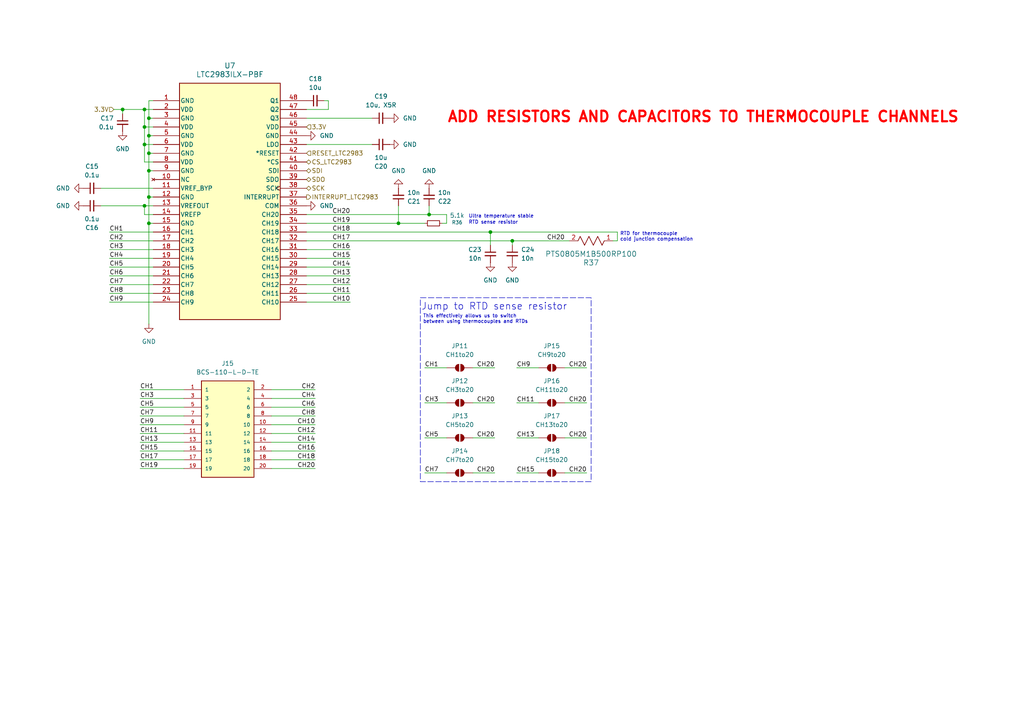
<source format=kicad_sch>
(kicad_sch (version 20250114) (generator "eeschema") (generator_version "9.0")
  (paper "A4")
  (title_block (title "SPI Hub") (date "2025-12-08") (rev "0.1"))
  (lib_symbols
    (symbol "Device:C_Small" (pin_numbers (hide yes)) (pin_names (offset 0.254) (hide yes))
      (property "Reference" "C" (at 0.254 1.778 0))
      (property "Value" "C_Small" (at 0.254 -2.032 0))
      (symbol "C_Small_0_1"
        (polyline (pts (xy -1.524 0.508) (xy 1.524 0.508)) (stroke (width 0.3048)))
        (polyline (pts (xy -1.524 -0.508) (xy 1.524 -0.508)) (stroke (width 0.3302)))
      )
      (symbol "C_Small_1_1"
        (pin passive line (at 0 2.54 270) (length 2.032) (name "~") (number "1"))
        (pin passive line (at 0 -2.54 90) (length 2.032) (name "~") (number "2"))
      )
    )
    (symbol "Device:R_Small" (pin_numbers (hide yes)) (pin_names (offset 0.254) (hide yes))
      (property "Reference" "R" (at 0 0 90))
      (property "Value" "R_Small" (at 1.778 0 90))
      (symbol "R_Small_0_1"
        (rectangle (start -0.762 1.778) (end 0.762 -1.778) (stroke (width 0.2032)))
      )
      (symbol "R_Small_1_1"
        (pin passive line (at 0 2.54 270) (length 0.762) (name "~") (number "1"))
        (pin passive line (at 0 -2.54 90) (length 0.762) (name "~") (number "2"))
      )
    )
    (symbol "Jumper:SolderJumper_2_Open" (pin_numbers (hide yes)) (pin_names (offset 0) (hide yes)) (in_bom no)
      (property "Reference" "JP" (at 0 2.032 0))
      (property "Value" "SolderJumper_2_Open" (at 0 -2.54 0))
      (symbol "SolderJumper_2_Open_0_1"
        (polyline (pts (xy -0.254 1.016) (xy -0.254 -1.016)))
        (arc (start -0.254 -1.016) (mid -1.2656 0) (end -0.254 1.016))
        (arc (start -0.254 -1.016) (mid -1.2656 0) (end -0.254 1.016) (fill (type outline)))
        (arc (start 0.254 1.016) (mid 1.2656 0) (end 0.254 -1.016))
        (arc (start 0.254 1.016) (mid 1.2656 0) (end 0.254 -1.016) (fill (type outline)))
        (polyline (pts (xy 0.254 1.016) (xy 0.254 -1.016)))
      )
      (symbol "SolderJumper_2_Open_1_1"
        (pin passive line (at -3.81 0 0) (length 2.54) (name "A") (number "1"))
        (pin passive line (at 3.81 0 180) (length 2.54) (name "B") (number "2"))
      )
    )
    (symbol "fc-board:BCS-110-L-D-TE" (pin_names (offset 1.016))
      (property "Reference" "J" (at -8.12 15.24 0))
      (property "Value" "BCS-110-L-D-TE" (at -7.62 -15.24 0))
      (symbol "BCS-110-L-D-TE_0_0"
        (rectangle (start -7.62 15.24) (end 7.62 -12.7) (stroke (width 0.254)) (fill (type background)))
        (pin passive line (at -12.7 0 0) (length 5.08) (name "11") (number "11"))
        (pin passive line (at -12.7 -2.54 0) (length 5.08) (name "13") (number "13"))
        (pin passive line (at -12.7 -5.08 0) (length 5.08) (name "15") (number "15"))
        (pin passive line (at -12.7 -7.62 0) (length 5.08) (name "17") (number "17"))
        (pin passive line (at -12.7 -10.16 0) (length 5.08) (name "19") (number "19"))
        (pin passive line (at 12.7 2.54 180) (length 5.08) (name "10") (number "10"))
        (pin passive line (at 12.7 0 180) (length 5.08) (name "12") (number "12"))
        (pin passive line (at 12.7 -2.54 180) (length 5.08) (name "14") (number "14"))
        (pin passive line (at 12.7 -5.08 180) (length 5.08) (name "16") (number "16"))
        (pin passive line (at 12.7 -7.62 180) (length 5.08) (name "18") (number "18"))
        (pin passive line (at 12.7 -10.16 180) (length 5.08) (name "20") (number "20"))
      )
      (symbol "BCS-110-L-D-TE_1_0"
        (pin passive line (at -12.7 12.7 0) (length 5.08) (name "1") (number "1"))
        (pin passive line (at -12.7 10.16 0) (length 5.08) (name "3") (number "3"))
        (pin passive line (at -12.7 7.62 0) (length 5.08) (name "5") (number "5"))
        (pin passive line (at -12.7 5.08 0) (length 5.08) (name "7") (number "7"))
        (pin passive line (at -12.7 2.54 0) (length 5.08) (name "9") (number "9"))
        (pin passive line (at 12.7 12.7 180) (length 5.08) (name "2") (number "2"))
        (pin passive line (at 12.7 10.16 180) (length 5.08) (name "4") (number "4"))
        (pin passive line (at 12.7 7.62 180) (length 5.08) (name "6") (number "6"))
        (pin passive line (at 12.7 5.08 180) (length 5.08) (name "8") (number "8"))
      )
    )
    (symbol "fc-board:LTC2983ILX-PBF" (pin_names (offset 0.254))
      (property "Reference" "U" (at 21.844 9.906 0))
      (property "Value" "LTC2983ILX-PBF" (at 21.844 7.366 0))
      (symbol "LTC2983ILX-PBF_0_1"
        (pin power_in line (at 0 0 0) (length 7.62) (name "GND") (number "1"))
        (pin power_in line (at 0 -2.54 0) (length 7.62) (name "VDD") (number "2"))
        (pin power_in line (at 0 -5.08 0) (length 7.62) (name "GND") (number "3"))
        (pin power_in line (at 0 -7.62 0) (length 7.62) (name "VDD") (number "4"))
        (pin power_in line (at 0 -10.16 0) (length 7.62) (name "GND") (number "5"))
        (pin power_in line (at 0 -12.7 0) (length 7.62) (name "VDD") (number "6"))
        (pin power_in line (at 0 -15.24 0) (length 7.62) (name "GND") (number "7"))
        (pin power_in line (at 0 -17.78 0) (length 7.62) (name "VDD") (number "8"))
        (pin power_in line (at 0 -20.32 0) (length 7.62) (name "GND") (number "9"))
        (pin no_connect line (at 0 -22.86 0) (length 7.62) (name "NC") (number "10"))
        (pin power_in line (at 0 -27.94 0) (length 7.62) (name "GND") (number "12"))
        (pin output line (at 0 -30.48 0) (length 7.62) (name "VREFOUT") (number "13"))
        (pin input line (at 0 -33.02 0) (length 7.62) (name "VREFP") (number "14"))
        (pin power_in line (at 0 -35.56 0) (length 7.62) (name "GND") (number "15"))
        (pin input line (at 0 -38.1 0) (length 7.62) (name "CH1") (number "16"))
        (pin input line (at 0 -40.64 0) (length 7.62) (name "CH2") (number "17"))
        (pin input line (at 0 -43.18 0) (length 7.62) (name "CH3") (number "18"))
        (pin input line (at 0 -45.72 0) (length 7.62) (name "CH4") (number "19"))
        (pin input line (at 0 -48.26 0) (length 7.62) (name "CH5") (number "20"))
        (pin input line (at 0 -50.8 0) (length 7.62) (name "CH6") (number "21"))
        (pin input line (at 0 -53.34 0) (length 7.62) (name "CH7") (number "22"))
        (pin input line (at 0 -55.88 0) (length 7.62) (name "CH8") (number "23"))
        (pin input line (at 0 -58.42 0) (length 7.62) (name "CH9") (number "24"))
        (pin power_in line (at 44.45 -7.62 180) (length 7.62) (name "VDD") (number "45"))
        (pin power_in line (at 44.45 -10.16 180) (length 7.62) (name "GND") (number "44"))
        (pin output line (at 44.45 -12.7 180) (length 7.62) (name "LDO") (number "43"))
        (pin bidirectional line (at 44.45 -17.78 180) (length 7.62) (name "*CS") (number "41"))
        (pin input line (at 44.45 -20.32 180) (length 7.62) (name "SDI") (number "40"))
        (pin output line (at 44.45 -22.86 180) (length 7.62) (name "SDO") (number "39"))
        (pin output line (at 44.45 -27.94 180) (length 7.62) (name "INTERRUPT") (number "37"))
        (pin input line (at 44.45 -30.48 180) (length 7.62) (name "COM") (number "36"))
        (pin input line (at 44.45 -33.02 180) (length 7.62) (name "CH20") (number "35"))
        (pin input line (at 44.45 -35.56 180) (length 7.62) (name "CH19") (number "34"))
        (pin input line (at 44.45 -38.1 180) (length 7.62) (name "CH18") (number "33"))
        (pin input line (at 44.45 -40.64 180) (length 7.62) (name "CH17") (number "32"))
        (pin input line (at 44.45 -43.18 180) (length 7.62) (name "CH16") (number "31"))
        (pin input line (at 44.45 -45.72 180) (length 7.62) (name "CH15") (number "30"))
        (pin input line (at 44.45 -48.26 180) (length 7.62) (name "CH14") (number "29"))
        (pin input line (at 44.45 -50.8 180) (length 7.62) (name "CH13") (number "28"))
        (pin input line (at 44.45 -53.34 180) (length 7.62) (name "CH12") (number "27"))
        (pin input line (at 44.45 -55.88 180) (length 7.62) (name "CH11") (number "26"))
        (pin input line (at 44.45 -58.42 180) (length 7.62) (name "CH10") (number "25"))
      )
      (symbol "LTC2983ILX-PBF_1_1"
        (rectangle (start 7.62 5.08) (end 36.83 -63.5) (stroke (width 0.254)) (fill (type background)))
        (pin passive line (at 0 -25.4 0) (length 7.62) (name "VREF_BYP") (number "11"))
        (pin passive line (at 44.45 0 180) (length 7.62) (name "Q1") (number "48"))
        (pin passive line (at 44.45 -2.54 180) (length 7.62) (name "Q2") (number "47"))
        (pin passive line (at 44.45 -5.08 180) (length 7.62) (name "Q3") (number "46"))
        (pin input line (at 44.45 -15.24 180) (length 7.62) (name "*RESET") (number "42"))
        (pin input clock (at 44.45 -25.4 180) (length 7.62) (name "SCK") (number "38"))
      )
    )
    (symbol "fc-board:PTS0805M1B500RP100" (pin_names (offset 0.254))
      (property "Reference" "R" (at 5.715 3.81 0))
      (property "Value" "PTS0805M1B500RP100" (at 6.35 -3.81 0))
      (symbol "PTS0805M1B500RP100_1_1"
        (polyline (pts (xy 2.54 0) (xy 3.175 1.27)) (stroke (width 0.2032)))
        (polyline (pts (xy 3.175 1.27) (xy 4.445 -1.27)) (stroke (width 0.2032)))
        (polyline (pts (xy 4.445 -1.27) (xy 5.715 1.27)) (stroke (width 0.2032)))
        (polyline (pts (xy 5.715 1.27) (xy 6.985 -1.27)) (stroke (width 0.2032)))
        (polyline (pts (xy 6.985 -1.27) (xy 8.255 1.27)) (stroke (width 0.2032)))
        (polyline (pts (xy 8.255 1.27) (xy 9.525 -1.27)) (stroke (width 0.2032)))
        (polyline (pts (xy 9.525 -1.27) (xy 10.16 0)) (stroke (width 0.2032)))
        (pin passive line (at 0 0 0) (length 2.54) (name "") (number "1"))
        (pin passive line (at 12.7 0 180) (length 2.54) (name "") (number "2"))
      )
      (symbol "PTS0805M1B500RP100_1_2"
        (polyline (pts (xy -1.27 8.255) (xy 1.27 9.525)) (stroke (width 0.2032)))
        (polyline (pts (xy -1.27 5.715) (xy 1.27 6.985)) (stroke (width 0.2032)))
        (polyline (pts (xy -1.27 3.175) (xy 1.27 4.445)) (stroke (width 0.2032)))
        (polyline (pts (xy 0 2.54) (xy -1.27 3.175)) (stroke (width 0.2032)))
        (polyline (pts (xy 1.27 9.525) (xy 0 10.16)) (stroke (width 0.2032)))
        (polyline (pts (xy 1.27 6.985) (xy -1.27 8.255)) (stroke (width 0.2032)))
        (polyline (pts (xy 1.27 4.445) (xy -1.27 5.715)) (stroke (width 0.2032)))
        (pin unspecified line (at 0 12.7 270) (length 2.54) (name "") (number "1"))
        (pin unspecified line (at 0 0 90) (length 2.54) (name "") (number "2"))
      )
    )
    (symbol "power:GND" (power) (pin_numbers (hide yes)) (pin_names (offset 0) (hide yes))
      (property "Value" "GND" (at 0 -3.81 0))
      (symbol "GND_0_1"
        (polyline (pts (xy 0 0) (xy 0 -1.27) (xy 1.27 -1.27) (xy 0 -2.54) (xy -1.27 -1.27) (xy 0 -1.27)))
      )
      (symbol "GND_1_1"
        (pin power_in line (at 0 0 270) (length 0) (name "~") (number "1"))
      )
    )
  )
  (rectangle (start 121.92 86.36) (end 171.45 139.7) (stroke (width 0) (type dash)))
  (text "RTD for thermocouple\ncold junction compensation" (at 179.832 67.31 0) (effects (font (size 1 1)) (justify left top)))
  (text "Jump to RTD sense resistor" (at 122.174 90.17 0) (effects (font (size 2 2)) (justify left bottom)))
  (text "Ultra temperature stable" (at 135.89 62.23 0) (effects (font (size 1 1)) (justify left top)))
  (text "This effectively allows us to switch\nbetween using thermocouples and RTDs" (at 122.682 91.186 0) (effects (font (size 1 1)) (justify left top)))
  (text "RTD sense resistor" (at 135.89 64.008 0) (effects (font (size 1 1)) (justify left top)))
  (text "ADD RESISTORS AND CAPACITORS TO THERMOCOUPLE CHANNELS" (at 203.962 34.036 0) (effects (font (size 3.048 3.048) (thickness 0.6096) (bold yes))))
  (junction (at 43.18 49.53))
  (junction (at 43.18 44.45))
  (junction (at 43.18 34.29))
  (junction (at 41.91 59.69))
  (junction (at 43.18 39.37))
  (junction (at 41.91 31.75))
  (junction (at 43.18 64.77))
  (junction (at 41.91 41.91))
  (junction (at 35.56 31.75))
  (junction (at 124.46 62.23))
  (junction (at 43.18 57.15))
  (junction (at 115.57 64.77))
  (junction (at 142.24 67.31))
  (junction (at 41.91 36.83))
  (junction (at 148.59 69.85))
  (wire (pts (xy 33.02 31.75) (xy 35.56 31.75)))
  (wire (pts (xy 31.75 85.09) (xy 44.45 85.09)))
  (wire (pts (xy 95.25 31.75) (xy 95.25 29.21)))
  (wire (pts (xy 163.83 116.84) (xy 170.18 116.84)))
  (wire (pts (xy 91.44 120.65) (xy 78.74 120.65)))
  (wire (pts (xy 44.45 29.21) (xy 43.18 29.21)))
  (wire (pts (xy 31.75 72.39) (xy 44.45 72.39)))
  (wire (pts (xy 41.91 31.75) (xy 41.91 36.83)))
  (wire (pts (xy 40.64 130.81) (xy 53.34 130.81)))
  (wire (pts (xy 124.46 62.23) (xy 129.54 62.23)))
  (wire (pts (xy 40.64 135.89) (xy 53.34 135.89)))
  (wire (pts (xy 43.18 34.29) (xy 44.45 34.29)))
  (wire (pts (xy 43.18 57.15) (xy 43.18 64.77)))
  (wire (pts (xy 129.54 137.16) (xy 123.19 137.16)))
  (wire (pts (xy 31.75 87.63) (xy 44.45 87.63)))
  (wire (pts (xy 163.83 127) (xy 170.18 127)))
  (wire (pts (xy 124.46 59.69) (xy 124.46 62.23)))
  (wire (pts (xy 43.18 64.77) (xy 43.18 93.98)))
  (wire (pts (xy 91.44 125.73) (xy 78.74 125.73)))
  (wire (pts (xy 91.44 135.89) (xy 78.74 135.89)))
  (wire (pts (xy 41.91 62.23) (xy 44.45 62.23)))
  (wire (pts (xy 43.18 34.29) (xy 43.18 39.37)))
  (wire (pts (xy 43.18 39.37) (xy 44.45 39.37)))
  (wire (pts (xy 91.44 123.19) (xy 78.74 123.19)))
  (wire (pts (xy 129.54 64.77) (xy 128.27 64.77)))
  (wire (pts (xy 41.91 41.91) (xy 41.91 46.99)))
  (wire (pts (xy 43.18 29.21) (xy 43.18 34.29)))
  (wire (pts (xy 41.91 36.83) (xy 41.91 41.91)))
  (wire (pts (xy 88.9 82.55) (xy 101.6 82.55)))
  (wire (pts (xy 88.9 87.63) (xy 101.6 87.63)))
  (wire (pts (xy 95.25 29.21) (xy 93.98 29.21)))
  (wire (pts (xy 148.59 69.85) (xy 148.59 71.12)))
  (wire (pts (xy 137.16 127) (xy 143.51 127)))
  (wire (pts (xy 91.44 128.27) (xy 78.74 128.27)))
  (wire (pts (xy 142.24 67.31) (xy 142.24 71.12)))
  (wire (pts (xy 91.44 118.11) (xy 78.74 118.11)))
  (wire (pts (xy 88.9 41.91) (xy 107.95 41.91)))
  (wire (pts (xy 179.07 69.85) (xy 179.07 67.31)))
  (wire (pts (xy 129.54 116.84) (xy 123.19 116.84)))
  (wire (pts (xy 137.16 106.68) (xy 143.51 106.68)))
  (wire (pts (xy 31.75 69.85) (xy 44.45 69.85)))
  (wire (pts (xy 129.54 127) (xy 123.19 127)))
  (wire (pts (xy 115.57 59.69) (xy 115.57 64.77)))
  (wire (pts (xy 148.59 69.85) (xy 165.1 69.85)))
  (wire (pts (xy 88.9 77.47) (xy 101.6 77.47)))
  (wire (pts (xy 177.8 69.85) (xy 179.07 69.85)))
  (wire (pts (xy 41.91 41.91) (xy 44.45 41.91)))
  (wire (pts (xy 91.44 133.35) (xy 78.74 133.35)))
  (wire (pts (xy 40.64 118.11) (xy 53.34 118.11)))
  (wire (pts (xy 88.9 69.85) (xy 148.59 69.85)))
  (wire (pts (xy 163.83 106.68) (xy 170.18 106.68)))
  (wire (pts (xy 43.18 49.53) (xy 44.45 49.53)))
  (wire (pts (xy 40.64 133.35) (xy 53.34 133.35)))
  (wire (pts (xy 88.9 64.77) (xy 115.57 64.77)))
  (wire (pts (xy 156.21 137.16) (xy 149.86 137.16)))
  (wire (pts (xy 29.21 59.69) (xy 41.91 59.69)))
  (wire (pts (xy 91.44 115.57) (xy 78.74 115.57)))
  (wire (pts (xy 40.64 120.65) (xy 53.34 120.65)))
  (wire (pts (xy 88.9 74.93) (xy 101.6 74.93)))
  (wire (pts (xy 156.21 127) (xy 149.86 127)))
  (wire (pts (xy 156.21 116.84) (xy 149.86 116.84)))
  (wire (pts (xy 31.75 74.93) (xy 44.45 74.93)))
  (wire (pts (xy 40.64 125.73) (xy 53.34 125.73)))
  (wire (pts (xy 35.56 31.75) (xy 41.91 31.75)))
  (wire (pts (xy 88.9 31.75) (xy 95.25 31.75)))
  (wire (pts (xy 115.57 64.77) (xy 123.19 64.77)))
  (wire (pts (xy 44.45 59.69) (xy 41.91 59.69)))
  (wire (pts (xy 29.21 54.61) (xy 44.45 54.61)))
  (wire (pts (xy 41.91 59.69) (xy 41.91 62.23)))
  (wire (pts (xy 43.18 44.45) (xy 44.45 44.45)))
  (wire (pts (xy 43.18 64.77) (xy 44.45 64.77)))
  (wire (pts (xy 40.64 115.57) (xy 53.34 115.57)))
  (wire (pts (xy 41.91 46.99) (xy 44.45 46.99)))
  (wire (pts (xy 91.44 130.81) (xy 78.74 130.81)))
  (wire (pts (xy 40.64 128.27) (xy 53.34 128.27)))
  (wire (pts (xy 88.9 80.01) (xy 101.6 80.01)))
  (wire (pts (xy 142.24 67.31) (xy 179.07 67.31)))
  (wire (pts (xy 88.9 85.09) (xy 101.6 85.09)))
  (wire (pts (xy 31.75 82.55) (xy 44.45 82.55)))
  (wire (pts (xy 31.75 67.31) (xy 44.45 67.31)))
  (wire (pts (xy 44.45 31.75) (xy 41.91 31.75)))
  (wire (pts (xy 35.56 33.02) (xy 35.56 31.75)))
  (wire (pts (xy 91.44 113.03) (xy 78.74 113.03)))
  (wire (pts (xy 163.83 137.16) (xy 170.18 137.16)))
  (wire (pts (xy 137.16 137.16) (xy 143.51 137.16)))
  (wire (pts (xy 41.91 36.83) (xy 44.45 36.83)))
  (wire (pts (xy 40.64 123.19) (xy 53.34 123.19)))
  (wire (pts (xy 43.18 57.15) (xy 44.45 57.15)))
  (wire (pts (xy 31.75 80.01) (xy 44.45 80.01)))
  (wire (pts (xy 88.9 72.39) (xy 101.6 72.39)))
  (wire (pts (xy 31.75 77.47) (xy 44.45 77.47)))
  (wire (pts (xy 129.54 62.23) (xy 129.54 64.77)))
  (wire (pts (xy 129.54 106.68) (xy 123.19 106.68)))
  (wire (pts (xy 43.18 44.45) (xy 43.18 49.53)))
  (wire (pts (xy 88.9 34.29) (xy 107.95 34.29)))
  (wire (pts (xy 137.16 116.84) (xy 143.51 116.84)))
  (wire (pts (xy 40.64 113.03) (xy 53.34 113.03)))
  (wire (pts (xy 43.18 49.53) (xy 43.18 57.15)))
  (wire (pts (xy 43.18 39.37) (xy 43.18 44.45)))
  (wire (pts (xy 156.21 106.68) (xy 149.86 106.68)))
  (wire (pts (xy 88.9 62.23) (xy 124.46 62.23)))
  (wire (pts (xy 88.9 67.31) (xy 142.24 67.31)))
  (label "CH1" (at 40.64 113.03 0))
  (label "CH20" (at 143.51 137.16 180))
  (label "CH19" (at 40.64 135.89 0))
  (label "CH20" (at 170.18 106.68 180))
  (label "CH2" (at 31.75 69.85 0))
  (label "CH20" (at 101.6 62.23 180))
  (label "CH14" (at 101.6 77.47 180))
  (label "CH1" (at 123.19 106.68 0))
  (label "CH18" (at 101.6 67.31 180))
  (label "CH15" (at 101.6 74.93 180))
  (label "CH6" (at 31.75 80.01 0))
  (label "CH20" (at 170.18 116.84 180))
  (label "CH12" (at 101.6 82.55 180))
  (label "CH20" (at 143.51 106.68 180))
  (label "CH19" (at 101.6 64.77 180))
  (label "CH17" (at 101.6 69.85 180))
  (label "CH13" (at 40.64 128.27 0))
  (label "CH17" (at 40.64 133.35 0))
  (label "CH7" (at 123.19 137.16 0))
  (label "CH20" (at 143.51 116.84 180))
  (label "CH3" (at 123.19 116.84 0))
  (label "CH1" (at 31.75 67.31 0))
  (label "CH2" (at 91.44 113.03 180))
  (label "CH12" (at 91.44 125.73 180))
  (label "CH16" (at 101.6 72.39 180))
  (label "CH20" (at 143.51 127 180))
  (label "CH5" (at 123.19 127 0))
  (label "CH14" (at 91.44 128.27 180))
  (label "CH9" (at 31.75 87.63 0))
  (label "CH15" (at 40.64 130.81 0))
  (label "CH9" (at 40.64 123.19 0))
  (label "CH6" (at 91.44 118.11 180))
  (label "CH3" (at 31.75 72.39 0))
  (label "CH20" (at 170.18 137.16 180))
  (label "CH13" (at 101.6 80.01 180))
  (label "CH11" (at 149.86 116.84 0))
  (label "CH4" (at 91.44 115.57 180))
  (label "CH20" (at 91.44 135.89 180))
  (label "CH20" (at 163.83 69.85 180))
  (label "CH8" (at 91.44 120.65 180))
  (label "CH20" (at 170.18 127 180))
  (label "CH10" (at 91.44 123.19 180))
  (label "CH13" (at 149.86 127 0))
  (label "CH11" (at 101.6 85.09 180))
  (label "CH16" (at 91.44 130.81 180))
  (label "CH11" (at 40.64 125.73 0))
  (label "CH7" (at 31.75 82.55 0))
  (label "CH5" (at 40.64 118.11 0))
  (label "CH4" (at 31.75 74.93 0))
  (label "CH9" (at 149.86 106.68 0))
  (label "CH8" (at 31.75 85.09 0))
  (label "CH3" (at 40.64 115.57 0))
  (label "CH10" (at 101.6 87.63 180))
  (label "CH18" (at 91.44 133.35 180))
  (label "CH7" (at 40.64 120.65 0))
  (label "CH5" (at 31.75 77.47 0))
  (label "CH15" (at 149.86 137.16 0))
  (hierarchical_label "RESET_LTC2983" (shape input) (at 88.9 44.45 0))
  (hierarchical_label "SDI" (shape bidirectional) (at 88.9 49.53 0))
  (hierarchical_label "CS_LTC2983" (shape bidirectional) (at 88.9 46.99 0))
  (hierarchical_label "SCK" (shape bidirectional) (at 88.9 54.61 0))
  (hierarchical_label "3.3V" (shape input) (at 33.02 31.75 180))
  (hierarchical_label "SDO" (shape bidirectional) (at 88.9 52.07 0))
  (hierarchical_label "INTERRUPT_LTC2983" (shape output) (at 88.9 57.15 0))
  (hierarchical_label "3.3V" (shape input) (at 88.9 36.83 0))
  (symbol (lib_id "power:GND") (at 43.18 93.98 0) (unit 1)
    (property "Reference" "#PWR052" (effects (hide yes)))
    (property "Value" "GND" (at 43.18 99.06 0))
    (property "Description" "Power symbol creates a global label with name \"GND\" , ground" (effects (hide yes)))
  )
  (symbol (lib_id "fc-board:LTC2983ILX-PBF") (at 44.45 29.21 0) (unit 1)
    (property "Reference" "U7" (at 66.675 19.05 0) (effects (font (size 1.524 1.524))))
    (property "Value" "LTC2983ILX-PBF" (at 66.675 21.59 0) (effects (font (size 1.524 1.524))))
    (property "Footprint" "fc-board:LTC2983ILX-PBF" (effects (hide yes)))
    (property "Datasheet" "LTC2983ILX-PBF" (effects (hide yes)))
  )
  (symbol (lib_id "Device:C_Small") (at 26.67 59.69 90) (mirror x) (unit 1)
    (property "Reference" "C16" (at 26.6763 66.04 90))
    (property "Value" "0.1u" (at 26.6763 63.5 90))
    (property "Footprint" "Capacitor_SMD:C_1206_3216Metric" (effects (hide yes)))
    (property "Datasheet" "https://www.yageogroup.com/content/datasheet/asset/file/KEM_C1022_C0G_AUTO_SMD" (effects (hide yes)))
    (property "Description" "C1206C104J4GACAUTO" (effects (hide yes)))
  )
  (symbol (lib_id "Device:C_Small") (at 110.49 41.91 90) (mirror x) (unit 1)
    (property "Reference" "C20" (at 110.4963 48.26 90))
    (property "Value" "10u" (at 110.4963 45.72 90))
    (property "Footprint" "Capacitor_SMD:C_1206_3216Metric" (effects (hide yes)))
    (property "Datasheet" "https://www.yageogroup.com/content/datasheet/asset/file/KEM_C1023_X7R_AUTO_SMD" (effects (hide yes)))
    (property "Description" "C1206C106K8RACAUTO" (effects (hide yes)))
  )
  (symbol (lib_id "Jumper:SolderJumper_2_Open") (at 160.02 137.16 0) (unit 1) (in_bom no)
    (property "Reference" "JP18" (at 160.02 130.81 0))
    (property "Value" "CH15to20" (at 160.02 133.35 0))
    (property "Footprint" "Jumper:SolderJumper-2_P1.3mm_Open_Pad1.0x1.5mm" (effects (hide yes)))
    (property "Description" "Solder Jumper, 2-pole, open" (effects (hide yes)))
  )
  (symbol (lib_id "power:GND") (at 88.9 59.69 90) (unit 1)
    (property "Reference" "#PWR054" (effects (hide yes)))
    (property "Value" "GND" (at 92.71 59.6899 90) (effects (justify right)))
    (property "Description" "Power symbol creates a global label with name \"GND\" , ground" (effects (hide yes)))
  )
  (symbol (lib_id "Jumper:SolderJumper_2_Open") (at 133.35 137.16 0) (unit 1) (in_bom no)
    (property "Reference" "JP14" (at 133.35 130.81 0))
    (property "Value" "CH7to20" (at 133.35 133.35 0))
    (property "Footprint" "Jumper:SolderJumper-2_P1.3mm_Open_Pad1.0x1.5mm" (effects (hide yes)))
    (property "Description" "Solder Jumper, 2-pole, open" (effects (hide yes)))
  )
  (symbol (lib_id "Device:C_Small") (at 115.57 57.15 0) (mirror x) (unit 1)
    (property "Reference" "C21" (at 118.11 58.4138 0) (effects (justify left)))
    (property "Value" "10n" (at 118.11 55.8738 0) (effects (justify left)))
    (property "Footprint" "Capacitor_SMD:C_1206_3216Metric" (effects (hide yes)))
    (property "Datasheet" "https://www.yageogroup.com/content/datasheet/asset/file/KEM_C1023_X7R_AUTO_SMD" (effects (hide yes)))
    (property "Description" "C1206C103J3RACAUTO" (effects (hide yes)))
  )
  (symbol (lib_id "Device:C_Small") (at 148.59 73.66 0) (unit 1)
    (property "Reference" "C24" (at 151.13 72.3962 0) (effects (justify left)))
    (property "Value" "10n" (at 151.13 74.9362 0) (effects (justify left)))
    (property "Footprint" "Capacitor_SMD:C_1206_3216Metric" (effects (hide yes)))
    (property "Datasheet" "https://www.yageogroup.com/content/datasheet/asset/file/KEM_C1023_X7R_AUTO_SMD" (effects (hide yes)))
    (property "Description" "C1206C103J3RACAUTO" (effects (hide yes)))
  )
  (symbol (lib_id "Jumper:SolderJumper_2_Open") (at 160.02 127 0) (unit 1) (in_bom no)
    (property "Reference" "JP17" (at 160.02 120.65 0))
    (property "Value" "CH13to20" (at 160.02 123.19 0))
    (property "Footprint" "Jumper:SolderJumper-2_P1.3mm_Open_Pad1.0x1.5mm" (effects (hide yes)))
    (property "Description" "Solder Jumper, 2-pole, open" (effects (hide yes)))
  )
  (symbol (lib_id "Device:C_Small") (at 35.56 35.56 0) (unit 1)
    (property "Reference" "C17" (at 33.02 34.2962 0) (effects (justify right)))
    (property "Value" "0.1u" (at 33.02 36.8362 0) (effects (justify right)))
    (property "Footprint" "Capacitor_SMD:C_1206_3216Metric" (effects (hide yes)))
    (property "Datasheet" "https://www.yageogroup.com/content/datasheet/asset/file/KEM_C1022_C0G_AUTO_SMD" (effects (hide yes)))
    (property "Description" "C1206C104J4GACAUTO" (effects (hide yes)))
  )
  (symbol (lib_id "fc-board:PTS0805M1B500RP100") (at 177.8 69.85 180) (unit 1)
    (property "Reference" "R37" (at 171.45 76.2 0) (effects (font (size 1.524 1.524))))
    (property "Value" "PTS0805M1B500RP100" (at 171.45 73.66 0) (effects (font (size 1.524 1.524))))
    (property "Footprint" "fc-board:PTS0805M1B500RP100" (effects (hide yes)))
    (property "Datasheet" "https://www.vishay.com/docs/28899/ptsat.pdf" (effects (hide yes)))
    (property "Description" "PTS0805M1B500RP100" (effects (hide yes)))
  )
  (symbol (lib_id "Jumper:SolderJumper_2_Open") (at 160.02 116.84 0) (unit 1) (in_bom no)
    (property "Reference" "JP16" (at 160.02 110.49 0))
    (property "Value" "CH11to20" (at 160.02 113.03 0))
    (property "Footprint" "Jumper:SolderJumper-2_P1.3mm_Open_Pad1.0x1.5mm" (effects (hide yes)))
    (property "Description" "Solder Jumper, 2-pole, open" (effects (hide yes)))
  )
  (symbol (lib_id "Jumper:SolderJumper_2_Open") (at 133.35 116.84 0) (unit 1) (in_bom no)
    (property "Reference" "JP12" (at 133.35 110.49 0))
    (property "Value" "CH3to20" (at 133.35 113.03 0))
    (property "Footprint" "Jumper:SolderJumper-2_P1.3mm_Open_Pad1.0x1.5mm" (effects (hide yes)))
    (property "Description" "Solder Jumper, 2-pole, open" (effects (hide yes)))
  )
  (symbol (lib_id "power:GND") (at 142.24 76.2 0) (unit 1)
    (property "Reference" "#PWR059" (effects (hide yes)))
    (property "Value" "GND" (at 142.24 81.28 0))
    (property "Description" "Power symbol creates a global label with name \"GND\" , ground" (effects (hide yes)))
  )
  (symbol (lib_id "Jumper:SolderJumper_2_Open") (at 160.02 106.68 0) (unit 1) (in_bom no)
    (property "Reference" "JP15" (at 160.02 100.33 0))
    (property "Value" "CH9to20" (at 160.02 102.87 0))
    (property "Footprint" "Jumper:SolderJumper-2_P1.3mm_Open_Pad1.0x1.5mm" (effects (hide yes)))
    (property "Description" "Solder Jumper, 2-pole, open" (effects (hide yes)))
  )
  (symbol (lib_id "Device:C_Small") (at 142.24 73.66 0) (mirror y) (unit 1)
    (property "Reference" "C23" (at 139.7 72.3962 0) (effects (justify left)))
    (property "Value" "10n" (at 139.7 74.9362 0) (effects (justify left)))
    (property "Footprint" "Capacitor_SMD:C_1206_3216Metric" (effects (hide yes)))
    (property "Datasheet" "https://www.yageogroup.com/content/datasheet/asset/file/KEM_C1023_X7R_AUTO_SMD" (effects (hide yes)))
    (property "Description" "C1206C103J3RACAUTO" (effects (hide yes)))
  )
  (symbol (lib_id "Device:C_Small") (at 124.46 57.15 0) (mirror x) (unit 1)
    (property "Reference" "C22" (at 127 58.4138 0) (effects (justify left)))
    (property "Value" "10n" (at 127 55.8738 0) (effects (justify left)))
    (property "Footprint" "Capacitor_SMD:C_1206_3216Metric" (effects (hide yes)))
    (property "Datasheet" "https://www.yageogroup.com/content/datasheet/asset/file/KEM_C1023_X7R_AUTO_SMD" (effects (hide yes)))
    (property "Description" "C1206C103J3RACAUTO" (effects (hide yes)))
  )
  (symbol (lib_id "fc-board:BCS-110-L-D-TE") (at 66.04 125.73 0) (unit 1)
    (property "Reference" "J15" (at 66.04 105.41 0))
    (property "Value" "BCS-110-L-D-TE" (at 66.04 107.95 0))
    (property "Footprint" "fc-board:SAMTEC_BCS-110-L-D-TE" (effects (hide yes)))
    (property "PARTREV" "R" (effects (hide yes)))
    (property "MANUFACTURER" "Samtec" (effects (hide yes)))
    (property "STANDARD" "Manufacturer Recommendations" (effects (hide yes)))
  )
  (symbol (lib_id "power:GND") (at 124.46 54.61 180) (unit 1)
    (property "Reference" "#PWR058" (effects (hide yes)))
    (property "Value" "GND" (at 124.46 49.53 0))
    (property "Description" "Power symbol creates a global label with name \"GND\" , ground" (effects (hide yes)))
  )
  (symbol (lib_id "Jumper:SolderJumper_2_Open") (at 133.35 127 0) (unit 1) (in_bom no)
    (property "Reference" "JP13" (at 133.35 120.65 0))
    (property "Value" "CH5to20" (at 133.35 123.19 0))
    (property "Footprint" "Jumper:SolderJumper-2_P1.3mm_Open_Pad1.0x1.5mm" (effects (hide yes)))
    (property "Description" "Solder Jumper, 2-pole, open" (effects (hide yes)))
  )
  (symbol (lib_id "Jumper:SolderJumper_2_Open") (at 133.35 106.68 0) (unit 1) (in_bom no)
    (property "Reference" "JP11" (at 133.35 100.33 0))
    (property "Value" "CH1to20" (at 133.35 102.87 0))
    (property "Footprint" "Jumper:SolderJumper-2_P1.3mm_Open_Pad1.0x1.5mm" (effects (hide yes)))
    (property "Description" "Solder Jumper, 2-pole, open" (effects (hide yes)))
  )
  (symbol (lib_id "power:GND") (at 148.59 76.2 0) (mirror y) (unit 1)
    (property "Reference" "#PWR060" (effects (hide yes)))
    (property "Value" "GND" (at 148.59 81.28 0))
    (property "Description" "Power symbol creates a global label with name \"GND\" , ground" (effects (hide yes)))
  )
  (symbol (lib_id "Device:C_Small") (at 110.49 34.29 90) (unit 1)
    (property "Reference" "C19" (at 110.4963 27.94 90))
    (property "Value" "10u, X5R" (at 110.4963 30.48 90))
    (property "Footprint" "Capacitor_SMD:C_1206_3216Metric" (effects (hide yes)))
    (property "Description" "LMK316BJ106KLHT" (effects (hide yes)))
  )
  (symbol (lib_id "power:GND") (at 35.56 38.1 0) (unit 1)
    (property "Reference" "#PWR051" (effects (hide yes)))
    (property "Value" "GND" (at 35.56 43.18 0))
    (property "Description" "Power symbol creates a global label with name \"GND\" , ground" (effects (hide yes)))
  )
  (symbol (lib_id "Device:C_Small") (at 26.67 54.61 90) (unit 1)
    (property "Reference" "C15" (at 26.6763 48.26 90))
    (property "Value" "0.1u" (at 26.6763 50.8 90))
    (property "Footprint" "Capacitor_SMD:C_1206_3216Metric" (effects (hide yes)))
    (property "Datasheet" "https://www.yageogroup.com/content/datasheet/asset/file/KEM_C1022_C0G_AUTO_SMD" (effects (hide yes)))
    (property "Description" "C1206C104J4GACAUTO" (effects (hide yes)))
  )
  (symbol (lib_id "power:GND") (at 88.9 39.37 90) (unit 1)
    (property "Reference" "#PWR053" (effects (hide yes)))
    (property "Value" "GND" (at 92.71 39.3699 90) (effects (justify right)))
    (property "Description" "Power symbol creates a global label with name \"GND\" , ground" (effects (hide yes)))
  )
  (symbol (lib_id "power:GND") (at 24.13 54.61 270) (unit 1)
    (property "Reference" "#PWR049" (effects (hide yes)))
    (property "Value" "GND" (at 20.32 54.6099 90) (effects (justify right)))
    (property "Description" "Power symbol creates a global label with name \"GND\" , ground" (effects (hide yes)))
  )
  (symbol (lib_id "power:GND") (at 113.03 34.29 90) (unit 1)
    (property "Reference" "#PWR055" (effects (hide yes)))
    (property "Value" "GND" (at 116.84 34.2899 90) (effects (justify right)))
    (property "Description" "Power symbol creates a global label with name \"GND\" , ground" (effects (hide yes)))
  )
  (symbol (lib_id "power:GND") (at 24.13 59.69 270) (unit 1)
    (property "Reference" "#PWR050" (effects (hide yes)))
    (property "Value" "GND" (at 20.32 59.6899 90) (effects (justify right)))
    (property "Description" "Power symbol creates a global label with name \"GND\" , ground" (effects (hide yes)))
  )
  (symbol (lib_id "power:GND") (at 115.57 54.61 180) (unit 1)
    (property "Reference" "#PWR057" (effects (hide yes)))
    (property "Value" "GND" (at 115.57 49.53 0))
    (property "Description" "Power symbol creates a global label with name \"GND\" , ground" (effects (hide yes)))
  )
  (symbol (lib_id "power:GND") (at 113.03 41.91 90) (unit 1)
    (property "Reference" "#PWR056" (effects (hide yes)))
    (property "Value" "GND" (at 116.84 41.9099 90) (effects (justify right)))
    (property "Description" "Power symbol creates a global label with name \"GND\" , ground" (effects (hide yes)))
  )
  (symbol (lib_id "Device:C_Small") (at 91.44 29.21 90) (unit 1)
    (property "Reference" "C18" (at 91.4463 22.86 90))
    (property "Value" "10u" (at 91.4463 25.4 90))
    (property "Footprint" "Capacitor_SMD:C_1206_3216Metric" (effects (hide yes)))
    (property "Datasheet" "https://www.yageogroup.com/content/datasheet/asset/file/KEM_C1023_X7R_AUTO_SMD" (effects (hide yes)))
    (property "Description" "C1206C106K8RACAUTO" (effects (hide yes)))
  )
  (symbol (lib_id "Device:R_Small") (at 125.73 64.77 90) (unit 1)
    (property "Reference" "R36" (at 132.588 64.516 90) (effects (font (size 1.016 1.016))))
    (property "Value" "5.1k" (at 132.588 62.484 90))
    (property "Footprint" "Resistor_SMD:R_1206_3216Metric" (effects (hide yes)))
    (property "Datasheet" "https://industrial.panasonic.com/cdbs/www-data/pdf/RDM0000/AOA0000C307.pdf" (effects (hide yes)))
    (property "Description" "ERA-8ARW512V, ultra temp. stable" (effects (hide yes)))
  )
)
</source>
